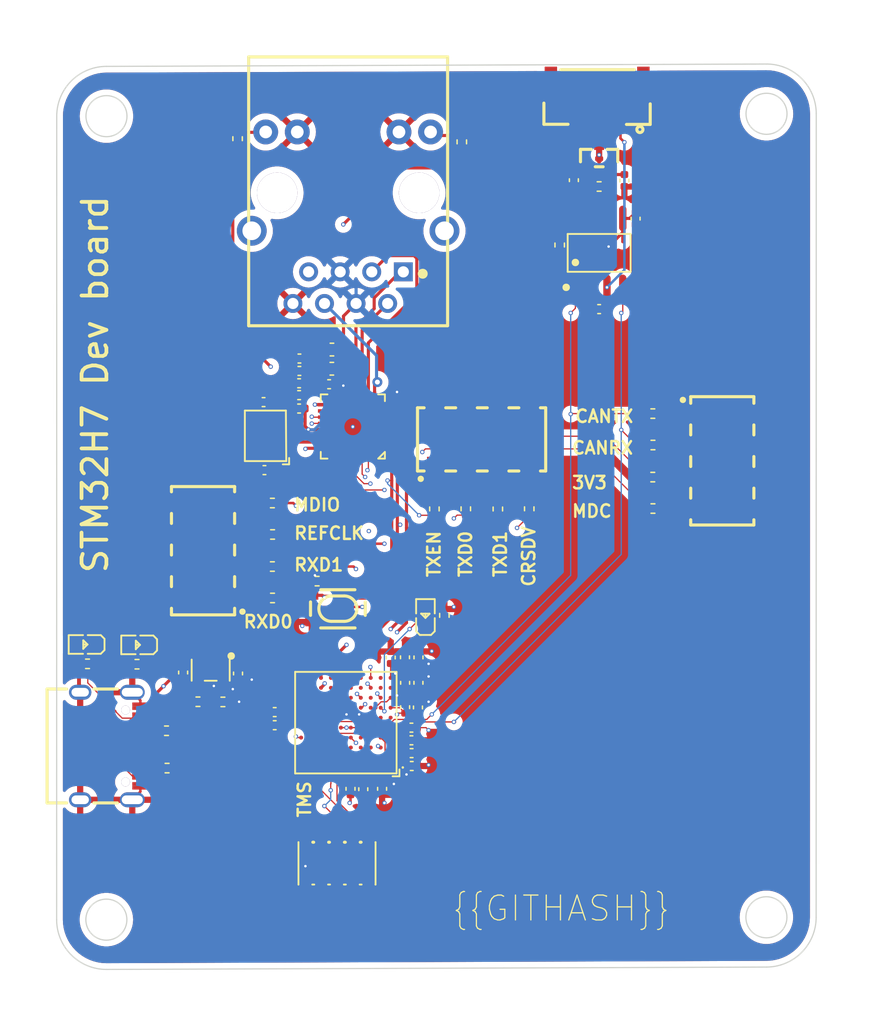
<source format=kicad_pcb>
(kicad_pcb (version 20240108) (generator "pcbnew") (generator_version "8.0")
  (layers (0 "F.Cu" signal) (1 "In1.Cu" signal) (2 "In2.Cu" signal) (3 "In3.Cu" signal) (4 "In4.Cu" signal) (31 "B.Cu" signal) (34 "B.Paste" user) (35 "F.Paste" user) (36 "B.SilkS" user "B.Silkscreen") (37 "F.SilkS" user "F.Silkscreen") (38 "B.Mask" user) (39 "F.Mask" user) (44 "Edge.Cuts" user))
  (net 0 "")
  (net 1 "rxd1")
  (net 2 "ref_clk")
  (net 3 "phy.ic-vcc-1")
  (net 4 "speed_led")
  (net 5 "mdc")
  (net 6 "txen")
  (net 7 "mdio")
  (net 8 "txd1")
  (net 9 "rdp")
  (net 10 "txd0")
  (net 11 "phy.ic-vcc")
  (net 12 "link_led")
  (net 13 "reset_n")
  (net 14 "rxd0")
  (net 15 "micro.ic-vcc")
  (net 16 "rx_er")
  (net 17 "micro.ic-gnd")
  (net 18 "rdm")
  (net 19 "tdm")
  (net 20 "tdp")
  (net 21 "crs_dv")
  (net 22 "usbc-vcc")
  (net 23 "sub2")
  (net 24 "dp")
  (net 25 "dm")
  (net 26 "cc1")
  (net 27 "sub1")
  (net 28 "cc2")
  (net 29 "pa5")
  (net 30 "pc12")
  (net 31 "pdr_on")
  (net 32 "pe5")
  (net 33 "pd13")
  (net 34 "pe4")
  (net 35 "ph1_minus_osc_out")
  (net 36 "pc11")
  (net 37 "pe0")
  (net 38 "pc1")
  (net 39 "pb15")
  (net 40 "boot0")
  (net 41 "pe1")
  (net 42 "pe8")
  (net 43 "tx")
  (net 44 "pd11")
  (net 45 "pe9")
  (net 46 "pd7")
  (net 47 "rx")
  (net 48 "pd4")
  (net 49 "pe13")
  (net 50 "micro.ic-vcc-1")
  (net 51 "pa8")
  (net 52 "pd5")
  (net 53 "pc13")
  (net 54 "pe7")
  (net 55 "pb0")
  (net 56 "canh")
  (net 57 "pd10")
  (net 58 "pd14")
  (net 59 "pe3")
  (net 60 "pe15")
  (net 61 "pc6")
  (net 62 "pb9")
  (net 63 "pd9")
  (net 64 "pd8")
  (net 65 "pc9")
  (net 66 "pd3")
  (net 67 "pb10")
  (net 68 "ph0_minus_osc_in")
  (net 69 "pd15")
  (net 70 "canl")
  (net 71 "pa9")
  (net 72 "pb2")
  (net 73 "pe10")
  (net 74 "pc8")
  (net 75 "pc0")
  (net 76 "pa3")
  (net 77 "pc7")
  (net 78 "pa2")
  (net 79 "pc14_minus_osc32_in")
  (net 80 "can_interface.transceiver-vcc")
  (net 81 "pb5")
  (net 82 "pc3_c")
  (net 83 "pc10")
  (net 84 "pb1")
  (net 85 "pa4")
  (net 86 "pc2_c")
  (net 87 "pc15_minus_osc32_out")
  (net 88 "micro.ic-vcc-2")
  (net 89 "pb14")
  (net 90 "pe6")
  (net 91 "pb8")
  (net 92 "pd12")
  (net 93 "pe11")
  (net 94 "nrst")
  (net 95 "pe12")
  (net 96 "pd6")
  (net 97 "pb6")
  (net 98 "input")
  (net 99 "pe14")
  (net 100 "pe2")
  (net 101 "pb7")
  (net 102 "pd2")
  (net 103 "out")
  (net 104 "yellow_led_anode")
  (net 105 "green_led_anode")
  (net 106 "rmii_saleae_2.header-_7")
  (net 107 "tdi")
  (net 108 "tdo")
  (net 109 "rmii_saleae_2.header-_5")
  (net 110 "reset")
  (net 111 "tck")
  (net 112 "rmii_saleae_2.header-_3")
  (net 113 "tms")
  (net 114 "rmii_saleae_2.header-_1")
  (net 115 "rmii_saleae_1.header-_7")
  (net 116 "rmii_saleae_1.header-_5")
  (net 117 "rmii_saleae_1.header-_3")
  (net 118 "rmii_saleae_1.header-_1")
  (net 119 "can_saleae.header-_7")
  (net 120 "can_saleae.header-_5")
  (net 121 "can_saleae.header-_3")
  (net 122 "can_saleae.header-_1")
  (net 123 "blinky.resistor-cathode")
  (net 124 "power3v3_led.resistor-cathode")
  (net 125 "power5v_led.resistor-cathode")
  (net 126 "jtag.connector-_7")
  (footprint "lib:R0402" (layer "F.Cu") (at 102.616 85.344)
    (property "Reference" "R9" (hide yes))
    (property "Value" "62.5mW Thick Film Resistors 50V ±100ppm/℃ ±1% 120Ω 0402  Chip Resistor - Surface Mount ROHS" (hide yes))
  )
  (footprint "lib:OSC-SMD_4P-L3.2-W2.5-BL" (layer "F.Cu") (at 75.772 105.378 90)
    (property "Reference" "U7" (hide yes))
    (property "Value" "" (hide yes))
  )
  (footprint "lib:C0402" (layer "F.Cu") (at 87.532722 130.872732)
    (property "Reference" "C3" (hide yes))
    (property "Value" "10V 4.7uF X5R ±20% 0402  Multilayer Ceramic Capacitors MLCC - SMD/SMT ROHS" (hide yes))
  )
  (footprint "lib:C0402" (layer "F.Cu") (at 105.548523 87.925849 -90)
    (property "Reference" "C29" (hide yes))
    (property "Value" "16V 100nF X7R ±10% 0402  Multilayer Ceramic Capacitors MLCC - SMD/SMT ROHS" (hide yes))
  )
  (footprint "lib:LED0603-RD" (layer "F.Cu") (at 61.344 122.142 180)
    (property "Reference" "LED1" (hide yes))
    (property "Value" "" (hide yes))
  )
  (footprint "lib:C0402" (layer "F.Cu") (at 88.045197 127.201783 -90)
    (property "Reference" "C15" (hide yes))
    (property "Value" "25V 1uF X5R ±10% 0402  Multilayer Ceramic Capacitors MLCC - SMD/SMT ROHS" (hide yes))
  )
  (footprint "lib:C0402" (layer "F.Cu") (at 76.522333 127.576882 180)
    (property "Reference" "C1" (hide yes))
    (property "Value" "6.3V 2.2uF X5R ±20% 0402  Multilayer Ceramic Capacitors MLCC - SMD/SMT ROHS" (hide yes))
  )
  (footprint "lib:R0402" (layer "F.Cu") (at 106.934285 103.591138)
    (property "Reference" "R13" (hide yes))
    (property "Value" "62.5mW Thick Film Resistors 50V ±100ppm/℃ ±1% 1kΩ 0402  Chip Resistor - Surface Mount ROHS" (hide yes))
  )
  (footprint "lib:C0402" (layer "F.Cu") (at 102.616 95.195 180)
    (property "Reference" "C30" (hide yes))
    (property "Value" "16V 100nF X7R ±10% 0402  Multilayer Ceramic Capacitors MLCC - SMD/SMT ROHS" (hide yes))
  )
  (footprint "lib:KEY-SMD_4P-L4.2-W3.2-P2.20-LS4.6" (layer "F.Cu") (at 81.603659 119.2634)
    (property "Reference" "U2" (hide yes))
    (property "Value" "" (hide yes))
  )
  (footprint "lib:C0402" (layer "F.Cu") (at 78.511907 99.168634 180)
    (property "Reference" "C22" (hide yes))
    (property "Value" "25V 1uF X5R ±10% 0402  Multilayer Ceramic Capacitors MLCC - SMD/SMT ROHS" (hide yes))
  )
  (footprint "lib:C0402" (layer "F.Cu") (at 88.082656 125.222474 -90)
    (property "Reference" "C10" (hide yes))
    (property "Value" "16V 100nF X7R ±10% 0402  Multilayer Ceramic Capacitors MLCC - SMD/SMT ROHS" (hide yes))
  )
  (footprint "lib:HDR-SMD_10P-P1.27-V-M-R2-C5-LS5.3" (layer "F.Cu") (at 81.534 139.732)
    (property "Reference" "U4" (hide yes))
    (property "Value" "" (hide yes))
  )
  (footprint "lib:R0402" (layer "F.Cu") (at 72.356884 126.757172 180)
    (property "Reference" "R6" (hide yes))
    (property "Value" "62.5mW Thick Film Resistors 50V ±100ppm/℃ ±1% 11.5kΩ 0402  Chip Resistor - Surface Mount ROHS" (hide yes))
  )
  (footprint "lib:C0402" (layer "F.Cu") (at 80.898849 101.231062 180)
    (property "Reference" "C20" (hide yes))
    (property "Value" "50V 10nF X7R ±10% 0402  Multilayer Ceramic Capacitors MLCC - SMD/SMT ROHS" (hide yes))
  )
  (footprint "lib:C0402" (layer "F.Cu") (at 75.698312 108.133287 180)
    (property "Reference" "C25" (hide yes))
    (property "Value" "50V 12pF C0G ±5% 0402  Multilayer Ceramic Capacitors MLCC - SMD/SMT ROHS" (hide yes))
  )
  (footprint "lib:R0402" (layer "F.Cu") (at 106.944949 106.116355)
    (property "Reference" "R14" (hide yes))
    (property "Value" "62.5mW Thick Film Resistors 50V ±100ppm/℃ ±1% 1kΩ 0402  Chip Resistor - Surface Mount ROHS" (hide yes))
  )
  (footprint "lib:R0402" (layer "F.Cu") (at 73.538 81.5 90)
    (property "Reference" "R5" (hide yes))
    (property "Value" "62.5mW Thick Film Resistors 50V ±100ppm/℃ ±1% 1kΩ 0402  Chip Resistor - Surface Mount ROHS" (hide yes))
  )
  (footprint "lib:HDR-SMD_8P-P2.54-V-M-R2-C4-LS7.4" (layer "F.Cu") (at 112.522 107.442 -90)
    (property "Reference" "U11" (hide yes))
    (property "Value" "" (hide yes))
  )
  (footprint "lib:C0402" (layer "F.Cu") (at 73.573925 124.472948 90)
    (property "Reference" "C28" (hide yes))
    (property "Value" "25V 1uF X5R ±10% 0402  Multilayer Ceramic Capacitors MLCC - SMD/SMT ROHS" (hide yes))
  )
  (footprint "lib:C0402" (layer "F.Cu") (at 87.520492 128.82686)
    (property "Reference" "C12" (hide yes))
    (property "Value" "16V 100nF X7R ±10% 0402  Multilayer Ceramic Capacitors MLCC - SMD/SMT ROHS" (hide yes))
  )
  (footprint "lib:HDR-SMD_8P-P2.54-V-M-R2-C4-LS7.4" (layer "F.Cu") (at 70.759047 114.554 90)
    (property "Reference" "U13" (hide yes))
    (property "Value" "" (hide yes))
  )
  (footprint "lib:R0402" (layer "F.Cu") (at 70.350106 126.74455 180)
    (property "Reference" "R7" (hide yes))
    (property "Value" "62.5mW Thick Film Resistors 50V ±100ppm/℃ ±1% 6.2kΩ 0402  Chip Resistor - Surface Mount ROHS" (hide yes))
  )
  (footprint "lib:C0402" (layer "F.Cu") (at 83.645965 133.771171 90)
    (property "Reference" "C16" (hide yes))
    (property "Value" "16V 100nF X7R ±10% 0402  Multilayer Ceramic Capacitors MLCC - SMD/SMT ROHS" (hide yes))
  )
  (footprint "lib:C0402" (layer "F.Cu") (at 78.486 102.108 180)
    (property "Reference" "C23" (hide yes))
    (property "Value" "16V 100nF X7R ±10% 0402  Multilayer Ceramic Capacitors MLCC - SMD/SMT ROHS" (hide yes))
  )
  (footprint "lib:VQFN-32_L5.0-W5.0-P0.50-TL-EP2.9" (layer "F.Cu") (at 82.806 104.628 180)
    (property "Reference" "U5" (hide yes))
    (property "Value" "" (hide yes))
  )
  (footprint "lib:R0402" (layer "F.Cu") (at 96.994855 111.241051 90)
    (property "Reference" "R20" (hide yes))
    (property "Value" "62.5mW Thick Film Resistors 50V ±100ppm/℃ ±1% 1kΩ 0402  Chip Resistor - Surface Mount ROHS" (hide yes))
  )
  (footprint "lib:C0402" (layer "F.Cu") (at 87.520492 129.84286)
    (property "Reference" "C11" (hide yes))
    (property "Value" "16V 100nF X7R ±10% 0402  Multilayer Ceramic Capacitors MLCC - SMD/SMT ROHS" (hide yes))
  )
  (footprint "lib:SOIC-8_L4.9-W3.9-P1.27-LS6.0-BL" (layer "F.Cu") (at 102.616 90.678)
    (property "Reference" "U9" (hide yes))
    (property "Value" "" (hide yes))
  )
  (footprint "lib:HDR-SMD_8P-P2.54-V-M-R2-C4-LS7.4" (layer "F.Cu") (at 93.218 105.664)
    (property "Reference" "U12" (hide yes))
    (property "Value" "" (hide yes))
  )
  (footprint "lib:C0402" (layer "F.Cu") (at 75.626 102.668)
    (property "Reference" "C26" (hide yes))
    (property "Value" "50V 12pF C0G ±5% 0402  Multilayer Ceramic Capacitors MLCC - SMD/SMT ROHS" (hide yes))
  )
  (footprint "lib:C0402" (layer "F.Cu") (at 88.087257 123.181822 90)
    (property "Reference" "C8" (hide yes))
    (property "Value" "16V 100nF X7R ±10% 0402  Multilayer Ceramic Capacitors MLCC - SMD/SMT ROHS" (hide yes))
  )
  (footprint "lib:C0402" (layer "F.Cu") (at 87.001582 123.172361 90)
    (property "Reference" "C7" (hide yes))
    (property "Value" "16V 100nF X7R ±10% 0402  Multilayer Ceramic Capacitors MLCC - SMD/SMT ROHS" (hide yes))
  )
  (footprint "lib:R0402" (layer "F.Cu") (at 76.346762 118.404862 180)
    (property "Reference" "R21" (hide yes))
    (property "Value" "62.5mW Thick Film Resistors 50V ±100ppm/℃ ±1% 1kΩ 0402  Chip Resistor - Surface Mount ROHS" (hide yes))
  )
  (footprint "lib:R0402" (layer "F.Cu") (at 106.929579 108.693638)
    (property "Reference" "R15" (hide yes))
    (property "Value" "62.5mW Thick Film Resistors 50V ±100ppm/℃ ±1% 1kΩ 0402  Chip Resistor - Surface Mount ROHS" (hide yes))
  )
  (footprint "lib:R0402" (layer "F.Cu") (at 76.336098 110.777145 180)
    (property "Reference" "R24" (hide yes))
    (property "Value" "62.5mW Thick Film Resistors 50V ±100ppm/℃ ±1% 1kΩ 0402  Chip Resistor - Surface Mount ROHS" (hide yes))
  )
  (footprint "lib:R0402" (layer "F.Cu") (at 91.892355 111.241051 90)
    (property "Reference" "R18" (hide yes))
    (property "Value" "62.5mW Thick Film Resistors 50V ±100ppm/℃ ±1% 1kΩ 0402  Chip Resistor - Surface Mount ROHS" (hide yes))
  )
  (footprint "lib:R0402" (layer "F.Cu") (at 99.444027 90.044511 -90)
    (property "Reference" "R8" (hide yes))
    (property "Value" "62.5mW Thick Film Resistors 50V ±100ppm/℃ ±1% 10kΩ 0402  Chip Resistor - Surface Mount ROHS" (hide yes))
  )
  (footprint "lib:R0402" (layer "F.Cu") (at 61.468 123.698 180)
    (property "Reference" "R10" (hide yes))
    (property "Value" "62.5mW Thick Film Resistors 50V ±100ppm/℃ ±1% 464Ω 0402  Chip Resistor - Surface Mount ROHS" (hide yes))
  )
  (footprint "lib:RJ45-TH_HR913550A" (layer "F.Cu") (at 82.428 87.852)
    (property "Reference" "U6" (hide yes))
    (property "Value" "" (hide yes))
  )
  (footprint "lib:CONN-SMD_4P-P1.25_SM04B-GHS-TB-LF-SN" (layer "F.Cu") (at 102.454 78.664 180)
    (property "Reference" "J1" (hide yes))
    (property "Value" "" (hide yes))
  )
  (footprint "lib:LED0603-RD" (layer "F.Cu") (at 65.57 122.174 180)
    (property "Reference" "LED2" (hide yes))
    (property "Value" "" (hide yes))
  )
  (footprint "lib:SOT-23-5_L3.0-W1.7-P0.95-LS2.8-BL" (layer "F.Cu") (at 71.374 124.206 180)
    (property "Reference" "U8" (hide yes))
    (property "Value" "" (hide yes))
  )
  (footprint "lib:R0402" (layer "F.Cu") (at 79.933659 117.0524)
    (property "Reference" "R1" (hide yes))
    (property "Value" "62.5mW Thick Film Resistors 50V ±100ppm/℃ ±1% 10kΩ 0402  Chip Resistor - Surface Mount ROHS" (hide yes))
  )
  (footprint "lib:R0402" (layer "F.Cu") (at 94.469638 111.256421 90)
    (property "Reference" "R19" (hide yes))
    (property "Value" "62.5mW Thick Film Resistors 50V ±100ppm/℃ ±1% 1kΩ 0402  Chip Resistor - Surface Mount ROHS" (hide yes))
  )
  (footprint "lib:R0402" (layer "F.Cu") (at 67.86707 132.075595)
    (property "Reference" "R3" (hide yes))
    (property "Value" "62.5mW Thick Film Resistors 50V ±100ppm/℃ ±1% 4.7kΩ 0402  Chip Resistor - Surface Mount ROHS" (hide yes))
  )
  (footprint "lib:R0402" (layer "F.Cu") (at 65.448 123.73 180)
    (property "Reference" "R11" (hide yes))
    (property "Value" "62.5mW Thick Film Resistors 50V ±100ppm/℃ ±1% 324Ω 0402  Chip Resistor - Surface Mount ROHS" (hide yes))
  )
  (footprint "lib:C0402" (layer "F.Cu") (at 82.619659 133.7414 -90)
    (property "Reference" "C9" (hide yes))
    (property "Value" "16V 100nF X7R ±10% 0402  Multilayer Ceramic Capacitors MLCC - SMD/SMT ROHS" (hide yes))
  )
  (footprint "lib:C0402" (layer "F.Cu") (at 87.012067 125.224628 -90)
    (property "Reference" "C6" (hide yes))
    (property "Value" "16V 100nF X7R ±10% 0402  Multilayer Ceramic Capacitors MLCC - SMD/SMT ROHS" (hide yes))
  )
  (footprint "lib:C0402" (layer "F.Cu") (at 85.159659 133.7414 -90)
    (property "Reference" "C13" (hide yes))
    (property "Value" "25V 1uF X5R ±10% 0402  Multilayer Ceramic Capacitors MLCC - SMD/SMT ROHS" (hide yes))
  )
  (footprint "lib:R0402" (layer "F.Cu") (at 67.819997 129.074949)
    (property "Reference" "R2" (hide yes))
    (property "Value" "62.5mW Thick Film Resistors 50V ±100ppm/℃ ±1% 4.7kΩ 0402  Chip Resistor - Surface Mount ROHS" (hide yes))
  )
  (footprint "lib:LED0603-RD" (layer "F.Cu") (at 88.646 119.888 90)
    (property "Reference" "LED3" (hide yes))
    (property "Value" "" (hide yes))
  )
  (footprint "lib:R0402" (layer "F.Cu") (at 90.17 119.804 90)
    (property "Reference" "R12" (hide yes))
    (property "Value" "62.5mW Thick Film Resistors 50V ±100ppm/℃ ±1% 1.2kΩ 0402  Chip Resistor - Surface Mount ROHS" (hide yes))
  )
  (footprint "lib:C0402" (layer "F.Cu") (at 87.012116 127.179376 -90)
    (property "Reference" "C14" (hide yes))
    (property "Value" "16V 100nF X7R ±10% 0402  Multilayer Ceramic Capacitors MLCC - SMD/SMT ROHS" (hide yes))
  )
  (footprint "lib:R0402" (layer "F.Cu") (at 76.336098 115.879645 180)
    (property "Reference" "R22" (hide yes))
    (property "Value" "62.5mW Thick Film Resistors 50V ±100ppm/℃ ±1% 1kΩ 0402  Chip Resistor - Surface Mount ROHS" (hide yes))
  )
  (footprint "lib:C0402" (layer "F.Cu") (at 87.544286 131.909987)
    (property "Reference" "C5" (hide yes))
    (property "Value" "16V 100nF X7R ±10% 0402  Multilayer Ceramic Capacitors MLCC - SMD/SMT ROHS" (hide yes))
  )
  (footprint "lib:C0402" (layer "F.Cu") (at 78.486 103.186 180)
    (property "Reference" "C24" (hide yes))
    (property "Value" "50V 10nF X7R ±10% 0402  Multilayer Ceramic Capacitors MLCC - SMD/SMT ROHS" (hide yes))
  )
  (footprint "lib:C0402" (layer "F.Cu") (at 100.584 84.836 -90)
    (property "Reference" "C31" (hide yes))
    (property "Value" "25V 47nF X7R ±10% 0402  Multilayer Ceramic Capacitors MLCC - SMD/SMT ROHS" (hide yes))
  )
  (footprint "lib:C0603" (layer "F.Cu") (at 81.117987 99.986746 180)
    (property "Reference" "C17" (hide yes))
    (property "Value" "10V 10uF X5R ±10% 0603  Multilayer Ceramic Capacitors MLCC - SMD/SMT ROHS" (hide yes))
  )
  (footprint "lib:SOT-23_L2.9-W1.3-P1.90-LS2.4-BR" (layer "F.Cu") (at 102.616 83.058 -90)
    (property "Reference" "U10" (hide yes))
    (property "Value" "" (hide yes))
  )
  (footprint "lib:C0402" (layer "F.Cu") (at 69.157823 124.395698 -90)
    (property "Reference" "C27" (hide yes))
    (property "Value" "25V 1uF X5R ±10% 0402  Multilayer Ceramic Capacitors MLCC - SMD/SMT ROHS" (hide yes))
  )
  (footprint "lib:C0402" (layer "F.Cu") (at 78.486 101.154 180)
    (property "Reference" "C18" (hide yes))
    (property "Value" "25V 1uF X5R ±10% 0402  Multilayer Ceramic Capacitors MLCC - SMD/SMT ROHS" (hide yes))
  )
  (footprint "lib:C0402" (layer "F.Cu") (at 78.508818 100.164339 180)
    (property "Reference" "C19" (hide yes))
    (property "Value" "16V 100nF X7R ±10% 0402  Multilayer Ceramic Capacitors MLCC - SMD/SMT ROHS" (hide yes))
  )
  (footprint "lib:C0402" (layer "F.Cu") (at 76.523659 128.630333 180)
    (property "Reference" "C2" (hide yes))
    (property "Value" "6.3V 2.2uF X5R ±20% 0402  Multilayer Ceramic Capacitors MLCC - SMD/SMT ROHS" (hide yes))
  )
  (footprint "lib:C0402" (layer "F.Cu") (at 85.852 123.19 90)
    (property "Reference" "C4" (hide yes))
    (property "Value" "16V 100nF X7R ±10% 0402  Multilayer Ceramic Capacitors MLCC - SMD/SMT ROHS" (hide yes))
  )
  (footprint "lib:USB-C-SMD_KH-TYPE-C-16P" (layer "F.Cu") (at 63.2975 130.302 -90)
    (property "Reference" "U3" (hide yes))
    (property "Value" "" (hide yes))
  )
  (footprint "lib:TFBGA-100_L8.0-W8.0-R10-C10-P0.80-BL" (layer "F.Cu") (at 82.245659 128.4254 90)
    (property "Reference" "U1" (hide yes))
    (property "Value" "" (hide yes))
  )
  (footprint "lib:R0402" (layer "F.Cu") (at 89.367138 111.251715 90)
    (property "Reference" "R17" (hide yes))
    (property "Value" "62.5mW Thick Film Resistors 50V ±100ppm/℃ ±1% 1kΩ 0402  Chip Resistor - Surface Mount ROHS" (hide yes))
  )
  (footprint "lib:C0402" (layer "F.Cu") (at 104.648 84.864 -90)
    (property "Reference" "C32" (hide yes))
    (property "Value" "25V 47nF X7R ±10% 0402  Multilayer Ceramic Capacitors MLCC - SMD/SMT ROHS" (hide yes))
  )
  (footprint "lib:R0402" (layer "F.Cu") (at 106.944949 111.218855)
    (property "Reference" "R16" (hide yes))
    (property "Value" "62.5mW Thick Film Resistors 50V ±100ppm/℃ ±1% 1kΩ 0402  Chip Resistor - Surface Mount ROHS" (hide yes))
  )
  (footprint "lib:R0402" (layer "F.Cu") (at 91.572 81.756 90)
    (property "Reference" "R4" (hide yes))
    (property "Value" "62.5mW Thick Film Resistors 50V ±100ppm/℃ ±1% 1kΩ 0402  Chip Resistor - Surface Mount ROHS" (hide yes))
  )
  (footprint "lib:C0603" (layer "F.Cu") (at 81.126103 98.446314 180)
    (property "Reference" "C21" (hide yes))
    (property "Value" "10V 10uF X5R ±10% 0603  Multilayer Ceramic Capacitors MLCC - SMD/SMT ROHS" (hide yes))
  )
  (footprint "lib:R0402" (layer "F.Cu") (at 76.351468 113.302362 180)
    (property "Reference" "R23" (hide yes))
    (property "Value" "62.5mW Thick Film Resistors 50V ±100ppm/℃ ±1% 1kΩ 0402  Chip Resistor - Surface Mount ROHS" (hide yes))
  )
  (gr_arc (start 116.078 75.502) (mid 118.906427 76.673573) (end 120.078 79.502) (stroke (width 0.1)) (layer "Edge.Cuts"))
  (gr_circle (center 62.983959 144.252891) (end 64.633959 144.252891) (stroke (width 0.1)) (fill none) (layer "Edge.Cuts"))
  (gr_line (start 116.078 75.502) (end 62.992 75.692) (stroke (width 0.1)) (layer "Edge.Cuts"))
  (gr_circle (center 116.069959 144.062891) (end 117.719959 144.062891) (stroke (width 0.1)) (fill none) (layer "Edge.Cuts"))
  (gr_line (start 62.983959 148.252891) (end 116.069959 148.062891) (stroke (width 0.1)) (layer "Edge.Cuts"))
  (gr_line (start 58.992 79.692) (end 58.983959 144.252891) (stroke (width 0.1)) (layer "Edge.Cuts"))
  (gr_arc (start 120.069959 144.062891) (mid 118.898357 146.891289) (end 116.069959 148.062891) (stroke (width 0.1)) (layer "Edge.Cuts"))
  (gr_arc (start 58.992 79.692) (mid 60.163555 76.863555) (end 62.992 75.692) (stroke (width 0.1)) (layer "Edge.Cuts"))
  (gr_line (start 120.069959 144.062891) (end 120.078 79.502) (stroke (width 0.1)) (layer "Edge.Cuts"))
  (gr_arc (start 62.983959 148.252891) (mid 60.155532 147.081318) (end 58.983959 144.252891) (stroke (width 0.1)) (layer "Edge.Cuts"))
  (gr_circle (center 62.992 79.692) (end 64.642 79.692) (stroke (width 0.1)) (fill none) (layer "Edge.Cuts"))
  (gr_circle (center 116.078 79.502) (end 117.728 79.502) (stroke (width 0.1)) (fill none) (layer "Edge.Cuts"))
  (gr_text "CANTX" (at 100.584 104.394 0) (layer "F.SilkS") (effects (font (size 1 1) (thickness 0.2) (bold yes)) (justify left bottom)))
  (gr_text "STM32H7 Dev board" (at 63.246 116.586 90) (layer "F.SilkS") (effects (font (size 2 2) (thickness 0.3)) (justify left bottom)))
  (gr_text "3V3" (at 100.33 109.728 0) (layer "F.SilkS") (effects (font (size 1 1) (thickness 0.2) (bold yes)) (justify left bottom)))
  (gr_text "TXD1" (at 95.25 116.84 90) (layer "F.SilkS") (effects (font (size 1 1) (thickness 0.2) (bold yes)) (justify left bottom)))
  (gr_text "RXD1" (at 77.978 116.332 0) (layer "F.SilkS") (effects (font (size 1 1) (thickness 0.2) (bold yes)) (justify left bottom)))
  (gr_text "CRSDV" (at 97.536 117.602 90) (layer "F.SilkS") (effects (font (size 1 1) (thickness 0.2) (bold yes)) (justify left bottom)))
  (gr_text "TXD0" (at 92.456 116.84 90) (layer "F.SilkS") (effects (font (size 1 1) (thickness 0.2) (bold yes)) (justify left bottom)))
  (gr_text "TMS" (at 79.502 136.144 90) (layer "F.SilkS") (effects (font (size 1 1) (thickness 0.2) (bold yes)) (justify left bottom)))
  (gr_text "MDC" (at 100.33 112.014 0) (layer "F.SilkS") (effects (font (size 1 1) (thickness 0.2) (bold yes)) (justify left bottom)))
  (gr_text "CANRX" (at 100.33 106.934 0) (layer "F.SilkS") (effects (font (size 1 1) (thickness 0.2) (bold yes)) (justify left bottom)))
  (gr_text "TXEN" (at 89.916 116.84 90) (layer "F.SilkS") (effects (font (size 1 1) (thickness 0.2) (bold yes)) (justify left bottom)))
  (gr_text "RXD0" (at 73.914 120.904 0) (layer "F.SilkS") (effects (font (size 1 1) (thickness 0.2) (bold yes)) (justify left bottom)))
  (gr_text "REFCLK" (at 77.978 113.792 0) (layer "F.SilkS") (effects (font (size 1 1) (thickness 0.2) (bold yes)) (justify left bottom)))
  (gr_text "{{GITHASH}}" (at 90.678 144.526 0) (layer "F.SilkS") (effects (font (size 2 2) (thickness 0.1)) (justify left bottom)))
  (gr_text "MDIO" (at 77.978 111.506 0) (layer "F.SilkS") (effects (font (size 1 1) (thickness 0.2) (bold yes)) (justify left bottom)))
  (segment (start 83.981 108.138931) (end 84.056 108.063931) (width 0.1) (layer "F.Cu") (net 1))
  (segment (start 76.846098 115.879645) (end 82.859645 115.879645) (width 0.2) (layer "F.Cu") (net 1))
  (segment (start 83.445659 126.418366) (end 83.141076 126.113783) (width 0.1) (layer "F.Cu") (net 1))
  (segment (start 84.056 108.063931) (end 84.056 107.038) (width 0.1) (layer "F.Cu") (net 1))
  (segment (start 82.859645 115.879645) (end 83.058 116.078) (width 0.2) (layer "F.Cu") (net 1))
  (segment (start 83.445659 126.4254) (end 83.445659 126.418366) (width 0.1) (layer "F.Cu") (net 1))
  (via (at 83.981 108.138931) (size 0.35) (drill 0.2) (layers "F.Cu" "B.Cu") (net 1))
  (via (at 83.141076 126.113783) (size 0.35) (drill 0.2) (layers "F.Cu" "B.Cu") (net 1))
  (via (at 83.058 116.078) (size 0.35) (drill 0.2) (layers "F.Cu" "B.Cu") (net 1))
  (segment (start 83.211 109.728) (end 81.056 107.573) (width 0.1) (layer "F.Cu") (net 2))
  (segment (start 76.861468 113.302362) (end 77.605106 114.046) (width 0.2) (layer "F.Cu") (net 2))
  (segment (start 85.344 109.728) (end 83.211 109.728) (width 0.1) (layer "F.Cu") (net 2))
  (segment (start 81.056 107.573) (end 81.056 107.038) (width 0.1) (layer "F.Cu") (net 2))
  (segment (start 84.77563 126.155371) (end 85.045659 126.4254) (width 0.1) (layer "F.Cu") (net 2))
  (segment (start 84.77563 126.087257) (end 84.77563 126.155371) (width 0.1) (layer "F.Cu") (net 2))
  (segment (start 77.605106 114.046) (end 85.344 114.046) (width 0.2) (layer "F.Cu") (net 2))
  (via (at 85.344 114.046) (size 0.35) (drill 0.2) (layers "F.Cu" "B.Cu") (net 2))
  (via (at 84.77563 126.087257) (size 0.35) (drill 0.2) (layers "F.Cu" "B.Cu") (net 2))
  (via (at 85.344 109.728) (size 0.35) (drill 0.2) (layers "F.Cu" "B.Cu") (net 2))
  (segment (start 74.892 104.278) (end 75.984043 105.370043) (width 0.25) (layer "F.Cu") (net 3))
  (segment (start 80.388043 105.370043) (end 80.396 105.378) (width 0.25) (layer "F.Cu") (net 3))
  (segment (start 75.146 102.668) (end 75.146 104.024) (width 0.25) (layer "F.Cu") (net 3))
  (segment (start 75.984043 105.370043) (end 80.388043 105.370043) (width 0.25) (layer "F.Cu") (net 3))
  (segment (start 75.146 104.024) (end 74.892 104.278) (width 0.25) (layer "F.Cu") (net 3))
  (segment (start 80.396 106.378) (end 79.042 106.378) (width 0.25) (layer "F.Cu") (net 4))
  (segment (start 73.538 82.01) (end 73.153 82.395) (width 0.25) (layer "F.Cu") (net 4))
  (segment (start 73.153 96.775) (end 76.2 99.822) (width 0.25) (layer "F.Cu") (net 4))
  (segment (start 73.153 82.395) (end 73.153 96.775) (width 0.25) (layer "F.Cu") (net 4))
  (segment (start 79.042 106.378) (end 78.994 106.426) (width 0.25) (layer "F.Cu") (net 4))
  (via (at 76.2 99.822) (size 0.35) (drill 0.2) (layers "F.Cu" "B.Cu") (net 4))
  (via (at 78.994 106.426) (size 0.35) (drill 0.2) (layers "F.Cu" "B.Cu") (net 4))
  (segment (start 84.245659 125.550921) (end 83.990224 125.295486) (width 0.1) (layer "F.Cu") (net 5))
  (segment (start 80.396 104.378) (end 79.518 104.378) (width 0.1) (layer "F.Cu") (net 5))
  (segment (start 79.518 104.378) (end 79.502 104.394) (width 0.1) (layer "F.Cu") (net 5))
  (segment (start 88.646 106.426) (end 88.392 106.68) (width 0.1) (layer "F.Cu") (net 5))
  (segment (start 101.642094 106.426) (end 88.646 106.426) (width 0.1) (layer "F.Cu") (net 5))
  (segment (start 84.245659 125.6254) (end 84.245659 125.550921) (width 0.1) (layer "F.Cu") (net 5))
  (segment (start 106.434949 111.218855) (end 101.642094 106.426) (width 0.1) (layer "F.Cu") (net 5))
  (via (at 88.392 106.68) (size 0.35) (drill 0.2) (layers "F.Cu" "B.Cu") (net 5))
  (via (at 79.502 104.394) (size 0.35) (drill 0.2) (layers "F.Cu" "B.Cu") (net 5))
  (via (at 83.990224 125.295486) (size 0.35) (drill 0.2) (layers "F.Cu" "B.Cu") (net 5))
  (segment (start 85.598 108.966) (end 85.936 108.966) (width 0.1) (layer "F.Cu") (net 6))
  (segment (start 85.936 105.413) (end 85.936 108.966) (width 0.25) (layer "F.Cu") (net 6))
  (segment (start 89.367138 111.761715) (end 88.139715 111.761715) (width 0.1) (layer "F.Cu") (net 6))
  (segment (start 85.901 105.378) (end 85.936 105.413) (width 0.25) (layer "F.Cu") (net 6))
  (segment (start 85.936 119.935059) (end 81.045659 124.8254) (width 0.25) (layer "F.Cu") (net 6))
  (segment (start 88.139715 111.761715) (end 88.138 111.76) (width 0.1) (layer "F.Cu") (net 6))
  (segment (start 85.216 105.378) (end 85.901 105.378) (width 0.25) (layer "F.Cu") (net 6))
  (segment (start 85.936 108.966) (end 85.936 119.935059) (width 0.25) (layer "F.Cu") (net 6))
  (via (at 85.598 108.966) (size 0.35) (drill 0.2) (layers "F.Cu" "B.Cu") (net 6))
  (via (at 88.138 111.76) (size 0.35) (drill 0.2) (layers "F.Cu" "B.Cu") (net 6))
  (segment (start 85.598 109.22) (end 85.598 108.966) (width 0.1) (layer "B.Cu") (net 6))
  (segment (start 88.138 111.76) (end 85.598 109.22) (width 0.1) (layer "B.Cu") (net 6))
  (segment (start 78.3174 129.6254) (end 78.232 129.54) (width 0.1) (layer "F.Cu") (net 7))
  (segment (start 79.536003 103.878) (end 79.502 103.843997) (width 0.1) (layer "F.Cu") (net 7))
  (segment (start 80.396 103.878) (end 79.536003 103.878) (width 0.1) (layer "F.Cu") (net 7))
  (segment (start 76.846098 110.777145) (end 78.011145 110.777145) (width 0.2) (layer "F.Cu") (net 7))
  (segment (start 78.645659 129.6254) (end 78.3174 129.6254) (width 0.1) (layer "F.Cu") (net 7))
  (segment (start 78.011145 110.777145) (end 78.232 110.998) (width 0.2) (layer "F.Cu") (net 7))
  (via (at 78.232 129.54) (size 0.35) (drill 0.2) (layers "F.Cu" "B.Cu") (net 7))
  (via (at 79.502 103.843997) (size 0.35) (drill 0.2) (layers "F.Cu" "B.Cu") (net 7))
  (via (at 78.232 110.998) (size 0.35) (drill 0.2) (layers "F.Cu" "B.Cu") (net 7))
  (segment (start 94.469638 111.766421) (end 93.460059 112.776) (width 0.1) (layer "F.Cu") (net 8))
  (segment (start 93.460059 112.776) (end 87.122 112.776) (width 0.1) (layer "F.Cu") (net 8))
  (segment (start 85.216 104.378) (end 86.173792 104.378) (width 0.25) (layer "F.Cu") (net 8))
  (segment (start 80.540193 125.330866) (end 80.245659 125.6254) (width 0.25) (layer "F.Cu") (net 8))
  (segment (start 80.540193 125.27203) (end 80.540193 125.330866) (width 0.25) (layer "F.Cu") (net 8))
  (segment (start 87.122 105.326208) (end 87.122 112.776) (width 0.25) (layer "F.Cu") (net 8))
  (segment (start 87.122 112.776) (end 87.122 120.396) (width 0.25) (layer "F.Cu") (net 8))
  (segment (start 87.122 120.396) (end 86.36 121.158) (width 0.25) (layer "F.Cu") (net 8))
  (segment (start 86.173792 104.378) (end 87.122 105.326208) (width 0.25) (layer "F.Cu") (net 8))
  (via (at 80.540193 125.27203) (size 0.35) (drill 0.2) (layers "F.Cu" "B.Cu") (net 8))
  (via (at 86.36 121.158) (size 0.35) (drill 0.2) (layers "F.Cu" "B.Cu") (net 8))
  (segment (start 84.056 97.908) (end 87.953 94.011) (width 0.25) (layer "F.Cu") (net 9))
  (segment (start 85.63 90.9) (end 84.328 92.202) (width 0.25) (layer "F.Cu") (net 9))
  (segment (start 87.953 94.011) (end 87.953 91.117) (width 0.25) (layer "F.Cu") (net 9))
  (segment (start 87.953 91.117) (end 87.736 90.9) (width 0.25) (layer "F.Cu") (net 9))
  (segment (start 84.056 102.218) (end 84.056 97.908) (width 0.25) (layer "F.Cu") (net 9))
  (segment (start 87.736 90.9) (end 85.63 90.9) (width 0.25) (layer "F.Cu") (net 9))
  (segment (start 86.386 105.226604) (end 86.386 112.522) (width 0.25) (layer "F.Cu") (net 10))
  (segment (start 91.194949 111.751051) (end 90.932 112.014) (width 0.1) (layer "F.Cu") (net 10))
  (segment (start 86.386 112.522) (end 86.386 120.37) (width 0.25) (layer "F.Cu") (net 10))
  (segment (start 80.245659 124.224341) (end 82.296 122.174) (width 0.25) (layer "F.Cu") (net 10))
  (segment (start 80.245659 124.8254) (end 80.245659 124.224341) (width 0.25) (layer "F.Cu") (net 10))
  (segment (start 91.892355 111.751051) (end 91.194949 111.751051) (width 0.1) (layer "F.Cu") (net 10))
  (segment (start 85.216 104.878) (end 86.037396 104.878) (width 0.25) (layer "F.Cu") (net 10))
  (segment (start 86.037396 104.878) (end 86.386 105.226604) (width 0.25) (layer "F.Cu") (net 10))
  (segment (start 86.386 120.37) (end 85.852 120.904) (width 0.25) (layer "F.Cu") (net 10))
  (via (at 86.614 112.522) (size 0.35) (drill 0.2) (layers "F.Cu" "B.Cu") (net 10))
  (via (at 82.296 122.174) (size 0.35) (drill 0.2) (layers "F.Cu" "B.Cu") (net 10))
  (via (at 90.932 112.014) (size 0.35) (drill 0.2) (layers "F.Cu" "B.Cu") (net 10))
  (via (at 85.852 120.904) (size 0.35) (drill 0.2) (layers "F.Cu" "B.Cu") (net 10))
  (segment (start 77.252 105.878) (end 76.652 106.478) (width 0.25) (layer "F.Cu") (net 11))
  (segment (start 76.178312 106.951688) (end 76.652 106.478) (width 0.25) (layer "F.Cu") (net 11))
  (segment (start 76.178312 108.133287) (end 76.178312 106.951688) (width 0.25) (layer "F.Cu") (net 11))
  (segment (start 80.396 105.878) (end 77.252 105.878) (width 0.25) (layer "F.Cu") (net 11))
  (segment (start 86.582 83.852) (end 82.042 88.392) (width 0.25) (layer "F.Cu") (net 12))
  (segment (start 91.572 82.266) (end 89.986 83.852) (width 0.25) (layer "F.Cu") (net 12))
  (segment (start 80.388 102.87) (end 80.396 102.878) (width 0.25) (layer "F.Cu") (net 12))
  (segment (start 89.986 83.852) (end 86.582 83.852) (width 0.25) (layer "F.Cu") (net 12))
  (segment (start 79.756 102.87) (end 80.388 102.87) (width 0.25) (layer "F.Cu") (net 12))
  (via (at 79.756 102.87) (size 0.35) (drill 0.2) (layers "F.Cu" "B.Cu") (net 12))
  (via (at 82.042 88.392) (size 0.35) (drill 0.2) (layers "F.Cu" "B.Cu") (net 12))
  (segment (start 83.793556 108.685556) (end 83.556 108.448) (width 0.1) (layer "F.Cu") (net 14))
  (segment (start 83.620677 127.160157) (end 83.620677 127.112218) (width 0.1) (layer "F.Cu") (net 14))
  (segment (start 83.445659 127.2254) (end 83.555434 127.2254) (width 0.1) (layer "F.Cu") (net 14))
  (segment (start 83.620677 127.112218) (end 83.793556 126.939339) (width 0.1) (layer "F.Cu") (net 14))
  (segment (start 83.556 108.448) (end 83.556 107.038) (width 0.1) (layer "F.Cu") (net 14))
  (segment (start 77.5779 119.126) (end 83.566 119.126) (width 0.2) (layer "F.Cu") (net 14))
  (segment (start 83.555434 127.2254) (end 83.620677 127.160157) (width 0.1) (layer "F.Cu") (net 14))
  (segment (start 76.856762 118.404862) (end 77.5779 119.126) (width 0.2) (layer "F.Cu") (net 14))
  (via (at 83.566 119.126) (size 0.35) (drill 0.2) (layers "F.Cu" "B.Cu") (net 14))
  (via (at 83.793556 108.685556) (size 0.35) (drill 0.2) (layers "F.Cu" "B.Cu") (net 14))
  (via (at 83.793556 126.939339) (size 0.35) (drill 0.2) (layers "F.Cu" "B.Cu") (net 14))
  (segment (start 106.419579 108.693638) (end 103.135941 105.41) (width 0.1) (layer "F.Cu") (net 15))
  (segment (start 72.349412 126.2397) (end 72.336792 126.2397) (width 0.25) (layer "F.Cu") (net 15))
  (segment (start 88.045197 126.721783) (end 87.034523 126.721783) (width 0.1) (layer "F.Cu") (net 15))
  (segment (start 84.273992 127.715667) (end 84.735659 127.254) (width 0.1) (layer "F.Cu") (net 15))
  (segment (start 85.398327 129.978068) (end 85.398327 130.872732) (width 0.1) (layer "F.Cu") (net 15))
  (segment (start 78.988818 100.164339) (end 78.988818 99.171723) (width 0.25) (layer "F.Cu") (net 15))
  (segment (start 89.408 105.41) (end 86.36 102.362) (width 0.1) (layer "F.Cu") (net 15))
  (segment (start 71.928979 121.624) (end 74.033925 123.728946) (width 0.1) (layer "F.Cu") (net 15))
  (segment (start 72.727052 124.952948) (end 72.324 125.356) (width 0.25) (layer "F.Cu") (net 15))
  (segment (start 79.423659 116.918341) (end 79.756 116.586) (width 0.2) (layer "F.Cu") (net 15))
  (segment (start 85.845659 124.8254) (end 85.871548 124.8254) (width 0.1) (layer "F.Cu") (net 15))
  (segment (start 85.355659 133.0654) (end 85.355659 131.5354) (width 0.1) (layer "F.Cu") (net 15))
  (segment (start 81.378849 101.231062) (end 81.927062 101.231062) (width 0.25) (layer "F.Cu") (net 15))
  (segment (start 85.129888 133.291171) (end 85.159659 133.2614) (width 0.1) (layer "F.Cu") (net 15))
  (segment (start 85.525059 126.746) (end 85.845659 126.4254) (width 0.1) (layer "F.Cu") (net 15))
  (segment (start 87.064286 131.909987) (end 87.064286 132.530286) (width 0.1) (layer "F.Cu") (net 15))
  (segment (start 78.966 103.186) (end 78.966 104.607731) (width 0.25) (layer "F.Cu") (net 15))
  (segment (start 80.396 104.878) (end 80.38 104.894) (width 0.25) (layer "F.Cu") (net 15))
  (segment (start 83.616194 133.2614) (end 83.645965 133.291171) (width 0.1) (layer "F.Cu") (net 15))
  (segment (start 85.398327 130.872732) (end 85.045659 131.2254) (width 0.1) (layer "F.Cu") (net 15))
  (segment (start 86.0394 126.4254) (end 86.313376 126.699376) (width 0.1) (layer "F.Cu") (net 15))
  (segment (start 80.38 104.894) (end 79.252269 104.894) (width 0.25) (layer "F.Cu") (net 15))
  (segment (start 86.36 102.362) (end 86.36 101.854) (width 0.1) (layer "F.Cu") (net 15))
  (segment (start 82.056 102.218) (end 82.056 95.754) (width 0.25) (layer "F.Cu") (net 15))
  (segment (start 88.079079 123.67) (end 88.087257 123.661822) (width 0.1) (layer "F.Cu") (net 15))
  (segment (start 83.755392 127.715667) (end 84.273992 127.715667) (width 0.1) (layer "F.Cu") (net 15))
  (segment (start 85.845659 126.4254) (end 86.0394 126.4254) (width 0.1) (layer "F.Cu") (net 15))
  (segment (start 78.966 104.607731) (end 79.228312 104.870043) (width 0.25) (layer "F.Cu") (net 15))
  (segment (start 78.994 140.907) (end 78.994 139.954) (width 0.1) (layer "F.Cu") (net 15))
  (segment (start 74.660948 124.952948) (end 74.676 124.968) (width 0.1) (layer "F.Cu") (net 15))
  (segment (start 65.32 121.624) (end 71.928979 121.624) (width 0.1) (layer "F.Cu") (net 15))
  (segment (start 83.445659 127.895659) (end 83.312 127.762) (width 0.1) (layer "F.Cu") (net 15))
  (segment (start 78.988818 99.171723) (end 78.991907 99.168634) (width 0.25) (layer "F.Cu") (net 15))
  (segment (start 88.863822 123.661822) (end 88.9 123.698) (width 0.1) (layer "F.Cu") (net 15))
  (segment (start 81.927062 101.231062) (end 82.042 101.346) (width 0.25) (layer "F.Cu") (net 15))
  (segment (start 88.045197 126.721783) (end 88.875783 126.721783) (width 0.1) (layer "F.Cu") (net 15))
  (segment (start 72.866884 126.757172) (end 72.349412 126.2397) (width 0.25) (layer "F.Cu") (net 15))
  (segment (start 87.034523 126.721783) (end 87.012116 126.699376) (width 0.1) (layer "F.Cu") (net 15))
  (segment (start 83.645965 133.291171) (end 85.129888 133.291171) (width 0.1) (layer "F.Cu") (net 15))
  (segment (start 64.77 122.174) (end 65.32 121.624) (width 0.1) (layer "F.Cu") (net 15))
  (segment (start 74.033925 124.492948) (end 73.573925 124.952948) (width 0.1) (layer "F.Cu") (net 15))
  (segment (start 83.445659 128.0254) (end 83.445659 127.895659) (width 0.1) (layer "F.Cu") (net 15))
  (segment (start 103.135941 105.41) (end 89.408 105.41) (width 0.1) (layer "F.Cu") (net 15))
  (segment (start 85.845659 124.8254) (end 87.99973 124.8254) (width 0.1) (layer "F.Cu") (net 15))
  (segment (start 82.056 95.754) (end 83.068 94.742) (width 0.25) (layer "F.Cu") (net 15))
  (segment (start 78.988818 101.131182) (end 78.966 101.154) (width 0.25) (layer "F.Cu") (net 15))
  (segment (start 73.573925 124.952948) (end 74.660948 124.952948) (width 0.1) (layer "F.Cu") (net 15))
  (segment (start 105.548523 87.445849) (end 105.193523 87.800849) (width 0.25) (layer "F.Cu") (net 15))
  (segment (start 87.064286 132.530286) (end 87.122 132.588) (width 0.1) (layer "F.Cu") (net 15))
  (segment (start 85.159659 133.2614) (end 86.0174 133.2614) (width 0.1) (layer "F.Cu") (net 15))
  (segment (start 72.324 125.356) (end 71.748 125.356) (width 0.25) (layer "F.Cu") (net 15))
  (segment (start 72.778 125.356) (end 73.152 125.73) (width 0.25) (layer "F.Cu") (net 15))
  (segment (start 88.087257 123.661822) (end 88.863822 123.661822) (width 0.1) (layer "F.Cu") (net 15))
  (segment (start 72.324 126.226908) (end 72.324 125.356) (width 0.25) (layer "F.Cu") (net 15))
  (segment (start 78.988818 100.164339) (end 78.988818 101.131182) (width 0.25) (layer "F.Cu") (net 15))
  (segment (start 78.994 141.732) (end 78.994 140.907) (width 0.1) (layer "F.Cu") (net 15))
  (segment (start 73.648828 126.757172) (end 73.66 126.746) (width 0.25) (layer "F.Cu") (net 15))
  (segment (start 88.871526 124.742474) (end 88.9 124.714) (width 0.1) (layer "F.Cu") (net 15))
  (segment (start 87.052722 130.872732) (end 85.398327 130.872732) (width 0.1) (layer "F.Cu") (net 15))
  (segment (start 82.619659 133.2614) (end 83.616194 133.2614) (width 0.1) (layer "F.Cu") (net 15))
  (segment (start 85.355659 131.5354) (end 85.045659 131.2254) (width 0.1) (layer "F.Cu") (net 15))
  (segment (start 79.423659 117.0524) (end 79.423659 116.918341) (width 0.2) (layer "F.Cu") (net 15))
  (segment (start 72.336792 126.2397) (end 72.324 126.226908) (width 0.25) (layer "F.Cu") (net 15))
  (segment (start 81.845659 128.0254) (end 82.0326 128.0254) (width 0.1) (layer "F.Cu") (net 15))
  (segment (start 104.516 89.032) (end 104.516 87.908) (width 0.25) (layer "F.Cu") (net 15))
  (segment (start 85.045659 129.6254) (end 85.168094 129.6254) (width 0.1) (layer "F.Cu") (net 15))
  (segment (start 82.0326 128.0254) (end 82.296 127.762) (width 0.1) (layer "F.Cu") (net 15))
  (segment (start 86.313376 126.699376) (end 87.012116 126.699376) (width 0.1) (layer "F.Cu") (net 15))
  (segment (start 87.040492 128.82686) (end 87.040492 131.886193) (width 0.1) (layer "F.Cu") (net 15))
  (segment (start 87.040492 131.886193) (end 87.064286 131.909987) (width 0.1) (layer "F.Cu") (net 15))
  (segment (start 87.99973 124.8254) (end 88.082656 124.742474) (width 0.1) (layer "F.Cu") (net 15))
  (segment (start 104.516 87.908) (end 104.516 89.784) (width 0.25) (layer "F.Cu") (net 15))
  (segment (start 85.045659 129.6254) (end 85.398327 129.978068) (width 0.1) (layer "F.Cu") (net 15))
  (segment (start 78.966 101.154) (end 78.966 103.186) (width 0.25) (layer "F.Cu") (net 15))
  (segment (start 84.735659 127.254) (end 84.735659 127.096993) (width 0.1) (layer "F.Cu") (net 15))
  (segment (start 86.0174 133.2614) (end 86.106 133.35) (width 0.1) (layer "F.Cu") (net 15))
  (segment (start 105.193523 87.800849) (end 105.182033 87.800849) (width 0.25) (layer "F.Cu") (net 15))
  (segment (start 103.378 90.17) (end 104.516 89.032) (width 0.25) (layer "F.Cu") (net 15))
  (segment (start 85.871548 124.8254) (end 86.223654 124.473294) (width 0.1) (layer "F.Cu") (net 15))
  (segment (start 85.086652 126.746) (end 85.525059 126.746) (width 0.1) (layer "F.Cu") (net 15))
  (segment (start 105.182033 87.800849) (end 105.074882 87.908) (width 0.25) (layer "F.Cu") (net 15))
  (segment (start 72.324 125.356) (end 72.778 125.356) (width 0.25) (layer "F.Cu") (net 15))
  (segment (start 73.573925 124.952948) (end 72.727052 124.952948) (width 0.25) (layer "F.Cu") (net 15))
  (segment (start 79.252269 104.894) (end 79.228312 104.870043) (width 0.25) (layer "F.Cu") (net 15))
  (segment (start 88.082656 124.742474) (end 88.871526 124.742474) (width 0.1) (layer "F.Cu") (net 15))
  (segment (start 105.074882 87.908) (end 104.516 87.908) (width 0.25) (layer "F.Cu") (net 15))
  (segment (start 85.852 123.67) (end 88.079079 123.67) (width 0.1) (layer "F.Cu") (net 15))
  (segment (start 85.852 123.67) (end 85.852 123.952) (width 0.1) (layer "F.Cu") (net 15))
  (segment (start 74.033925 123.728946) (end 74.033925 124.492948) (width 0.1) (layer "F.Cu") (net 15))
  (segment (start 86.1726 126.4254) (end 86.36 126.238) (width 0.1) (layer "F.Cu") (net 15))
  (segment (start 72.866884 126.757172) (end 73.648828 126.757172) (width 0.25) (layer "F.Cu") (net 15))
  (segment (start 84.735659 127.096993) (end 85.086652 126.746) (width 0.1) (layer "F.Cu") (net 15))
  (segment (start 85.159659 133.2614) (end 85.355659 133.0654) (width 0.1) (layer "F.Cu") (net 15))
  (segment (start 85.845659 126.4254) (end 86.1726 126.4254) (width 0.1) (layer "F.Cu") (net 15))
  (segment (start 83.445659 128.0254) (end 81.845659 128.0254) (width 0.1) (layer "F.Cu") (net 15))
  (segment (start 83.445659 128.0254) (end 83.755392 127.715667) (width 0.1) (layer "F.Cu") (net 15))
  (segment (start 85.845659 123.958341) (end 85.845659 124.8254) (width 0.1) (layer "F.Cu") (net 15))
  (segment (start 88.875783 126.721783) (end 88.9 126.746) (width 0.1) (layer "F.Cu") (net 15))
  (segment (start 71.748 125.356) (end 71.628 125.476) (width 0.25) (layer "F.Cu") (net 15))
  (segment (start 85.852 123.952) (end 85.845659 123.958341) (width 0.1) (layer "F.Cu") (net 15))
  (via (at 73.66 126.746) (size 0.35) (drill 0.2) (layers "F.Cu" "B.Cu") (net 15))
  (via (at 88.9 124.714) (size 0.35) (drill 0.2) (layers "F.Cu" "B.Cu") (net 15))
  (via (at 86.223654 124.473294) (size 0.35) (drill 0.2) (layers "F.Cu" "B.Cu") (net 15))
  (via (at 88.9 126.746) (size 0.35) (drill 0.2) (layers "F.Cu" "B.Cu") (net 15))
  (via (at 82.042 101.346) (size 0.35) (drill 0.2) (layers "F.Cu" "B.Cu") (net 15))
  (via (at 73.152 125.73) (size 0.35) (drill 0.2) (layers "F.Cu" "B.Cu") (net 15))
  (via (at 83.312 127.762) (size 0.35) (drill 0.2) (layers "F.Cu" "B.Cu") (net 15))
  (via (at 79.228312 104.870043) (size 0.35) (drill 0.2) (layers "F.Cu" "B.Cu") (net 15))
  (via (at 86.106 133.35) (size 0.35) (drill 0.2) (layers "F.Cu" "B.Cu") (net 15))
  (via (at 87.122 132.588) (size 0.35) (drill 0.2) (layers "F.Cu" "B.Cu") (net 15))
  (via (at 74.676 124.968) (size 0.35) (drill 0.2) (layers "F.Cu" "B.Cu") (net 15))
  (via (at 88.9 123.698) (size 0.35) (drill 0.2) (layers "F.Cu" "B.Cu") (net 15))
  (via (at 86.36 101.854) (size 0.35) (drill 0.2) (layers "F.Cu" "B.Cu") (net 15))
  (via (at 86.36 126.238) (size 0.35) (drill 0.2) (layers "F.Cu" "B.Cu") (net 15))
  (via (at 71.628 125.476) (size 0.35) (drill 0.2) (layers "F.Cu" "B.Cu") (net 15))
  (via (at 103.378 90.17) (size 0.35) (drill 0.2) (layers "F.Cu" "B.Cu") (net 15))
  (via (at 78.994 139.954) (size 0.35) (drill 0.2) (layers "F.Cu" "B.Cu") (net 15))
  (via (at 79.756 116.586) (size 0.35) (drill 0.2) (layers "F.Cu" "B.Cu") (net 15))
  (via (at 82.296 127.762) (size 0.35) (drill 0.2) (layers "F.Cu" "B.Cu") (net 15))
  (segment (start 79.709107 104.894) (end 82.042 102.561107) (width 0.25) (layer "B.Cu") (net 15))
  (segment (start 83.068 93.482) (end 83.068 94.742) (width 0.25) (layer "B.Cu") (net 15))
  (segment (start 79.228312 104.870043) (end 79.252269 104.894) (width 0.25) (layer "B.Cu") (net 15))
  (segment (start 79.252269 104.894) (end 79.709107 104.894) (width 0.25) (layer "B.Cu") (net 15))
  (segment (start 82.042 102.561107) (end 82.042 101.346) (width 0.25) (layer "B.Cu") (net 15))
  (segment (start 81.788 92.202) (end 83.068 93.482) (width 0.25) (layer "B.Cu") (net 15))
  (segment (start 65.7175 133.352) (end 65.7175 133.972) (width 0.2) (layer "F.Cu") (net 17))
  (segment (start 89.418 102.874) (end 89.408 102.864) (width 0.25) (layer "F.Cu") (net 17))
  (segment (start 87.012067 125.704628) (end 85.924887 125.704628) (width 0.1) (layer "F.Cu") (net 17))
  (segment (start 101.986 93.448) (end 101.986 95.045) (width 0.1) (layer "F.Cu") (net 17))
  (segment (start 85.045659 130.4254) (end 84.9594 130.4254) (width 0.2) (layer "F.Cu") (net 17))
  (segment (start 88.816013 131.909987) (end 88.9 131.826) (width 0.1) (layer "F.Cu") (net 17))
  (segment (start 85.845659 127.2254) (end 86.57814 127.2254) (width 0.1) (layer "F.Cu") (net 17))
  (segment (start 69.157823 124.875698) (end 69.335553 124.875698) (width 0.25) (layer "F.Cu") (net 17))
  (segment (start 88.087257 122.701822) (end 85.860178 122.701822) (width 0.2) (layer "F.Cu") (net 17))
  (segment (start 76.106 103.732) (end 76.652 104.278) (width 0.25) (layer "F.Cu") (net 17))
  (segment (start 89.134178 122.701822) (end 89.154 122.682) (width 0.2) (layer "F.Cu") (net 17))
  (segment (start 75.218312 108.133287) (end 75.218312 106.804312) (width 0.25) (layer "F.Cu") (net 17))
  (segment (start 88.000492 128.82686) (end 88.69486 128.82686) (width 0.1) (layer "F.Cu") (net 17))
  (segment (start 67.969047 118.354) (end 67.959047 118.364) (width 0.25) (layer "F.Cu") (net 17))
  (segment (start 65.7175 126.632) (end 65.0675 125.982) (width 0.2) (layer "F.Cu") (net 17))
  (segment (start 79.503659 120.3334) (end 79.0566 120.3334) (width 0.2) (layer "F.Cu") (net 17))
  (segment (start 90.17 119.294) (end 90.764 119.294) (width 0.2) (layer "F.Cu") (net 17))
  (segment (start 71.374 123.391) (end 71.374 123.056) (width 0.25) (layer "F.Cu") (net 17))
  (segment (start 88.024286 128.850654) (end 88.000492 128.82686) (width 0.1) (layer "F.Cu") (net 17))
  (segment (start 87.034523 127.681783) (end 87.012116 127.659376) (width 0.2) (layer "F.Cu") (net 17))
  (segment (start 82.806 104.646) (end 82.804 104.648) (width 0.25) (layer "F.Cu") (net 17))
  (segment (start 65.7175 133.652) (end 65.7175 133.972) (width 0.1) (layer "F.Cu") (net 17))
  (segment (start 65.7175 127.252) (end 65.7175 126.632) (width 0.2) (layer "F.Cu") (net 17))
  (segment (start 88.045197 127.681783) (end 87.034523 127.681783) (width 0.2) (layer "F.Cu") (net 17))
  (segment (start 97.028 102.874) (end 89.418 102.874) (width 0.25) (layer "F.Cu") (net 17))
  (segment (start 67.969047 110.744) (end 67.969047 118.354) (width 0.25) (layer "F.Cu") (net 17))
  (segment (start 65.7175 133.972) (end 65.0675 134.622) (width 0.2) (layer "F.Cu") (net 17))
  (segment (start 83.703659 120.3334) (end 79.503659 120.3334) (width 0.2) (layer "F.Cu") (net 17))
  (segment (start 88.087257 122.701822) (end 89.134178 122.701822) (width 0.2) (layer "F.Cu") (net 17))
  (segment (start 82.645659 128.8254) (end 83.445659 128.8254) (width 0.1) (layer "F.Cu") (net 17))
  (segment (start 85.159659 134.2214) (end 85.159659 134.689659) (width 0.2) (layer "F.Cu") (net 17))
  (segment (start 82.645659 128.8254) (end 81.845659 128.8254) (width 0.1) (layer "F.Cu") (net 17))
  (segment (start 102.616 81.908) (end 102.616 82.804) (width 0.2) (layer "F.Cu") (net 17))
  (segment (start 65.7175 126.952) (end 65.7175 126.632) (width 0.1) (layer "F.Cu") (net 17))
  (segment (start 73.573925 123.992948) (end 71.975948 123.992948) (width 0.25) (layer "F.Cu") (net 17))
  (segment (start 115.312 103.642) (end 115.322 103.632) (width 0.25) (layer "F.Cu") (net 17))
  (segment (start 86.462624 127.659376) (end 86.36 127.762) (width 0.1) (layer "F.Cu") (net 17))
  (segment (start 88.024286 131.909987) (end 88.816013 131.909987) (width 0.1) (layer "F.Cu") (net 17))
  (segment (start 70.119743 124.091508) (end 70.673492 124.091508) (width 0.25) (layer "F.Cu") (net 17))
  (segment (start 79.0566 120.3334) (end 78.74 120.65) (width 0.2) (layer "F.Cu") (net 17))
  (segment (start 85.860178 122.701822) (end 85.852 122.71) (width 0.2) (layer "F.Cu") (net 17))
  (segment (start 115.312 111.252) (end 115.312 103.642) (width 0.25) (layer "F.Cu") (net 17))
  (segment (start 69.335553 124.875698) (end 70.119743 124.091508) (width 0.25) (layer "F.Cu") (net 17))
  (segment (start 82.619659 134.804341) (end 82.55 134.874) (width 0.2) (layer "F.Cu") (net 17))
  (segment (start 76.106 102.668) (end 76.106 103.732) (width 0.25) (layer "F.Cu") (net 17))
  (segment (start 84.9594 130.4254) (end 84.836 130.302) (width 0.2) (layer "F.Cu") (net 17))
  (segment (start 85.924887 125.704628) (end 85.845659 125.6254) (width 0.1) (layer "F.Cu") (net 17))
  (segment (start 85.159659 134.689659) (end 85.344 134.874) (width 0.2) (layer "F.Cu") (net 17))
  (segment (start 70.673492 124.091508) (end 71.374 123.391) (width 0.25) (layer "F.Cu") (net 17))
  (segment (start 90.764 119.294) (end 90.932 119.126) (width 0.2) (layer "F.Cu") (net 17))
  (segment (start 82.806 104.628) (end 82.806 104.646) (width 0.25) (layer "F.Cu") (net 17))
  (segment (start 88.69486 128.82686) (end 88.9 129.032) (width 0.1) (layer "F.Cu") (net 17))
  (segment (start 88.024286 131.909987) (end 88.024286 128.850654) (width 0.1) (layer "F.Cu") (net 17))
  (segment (start 86.57814 127.2254) (end 87.012116 127.659376) (width 0.1) (layer "F.Cu") (net 17))
  (segment (start 71.975948 123.992948) (end 71.374 123.391) (width 0.25) (layer "F.Cu") (net 17))
  (segment (start 87.012116 127.659376) (end 86.462624 127.659376) (width 0.1) (layer "F.Cu") (net 17))
  (segment (start 101.986 95.045) (end 102.136 95.195) (width 0.1) (layer "F.Cu") (net 17))
  (segment (start 82.619659 134.2214) (end 82.619659 134.804341) (width 0.2) (layer "F.Cu") (net 17))
  (segment (start 75.218312 106.804312) (end 74.892 106.478) (width 0.25) (layer "F.Cu") (net 17))
  (via (at 88.9 129.032) (size 0.35) (drill 0.2) (layers "F.Cu" "B.Cu") (net 17))
  (via (at 82.804 104.648) (size 0.35) (drill 0.2) (layers "F.Cu" "B.Cu") (net 17))
  (via (at 82.296 128.8254) (size 0.35) (drill 0.2) (layers "F.Cu" "B.Cu") (net 17))
  (via (at 82.55 134.874) (size 0.35) (drill 0.2) (layers "F.Cu" "B.Cu") (net 17))
  (via (at 86.36 127.762) (size 0.35) (drill 0.2) (layers "F.Cu" "B.Cu") (net 17))
  (via (at 84.836 130.302) (size 0.35) (drill 0.2) (layers "F.Cu" "B.Cu") (net 17))
  (via (at 85.344 134.874) (size 0.35) (drill 0.2) (layers "F.Cu" "B.Cu") (net 17))
  (via (at 88.9 131.826) (size 0.35) (drill 0.2) (layers "F.Cu" "B.Cu") (net 17))
  (via (at 102.616 82.804) (size 0.35) (drill 0.2) (layers "F.Cu" "B.Cu") (net 17))
  (via (at 78.74 120.65) (size 0.35) (drill 0.2) (layers "F.Cu" "B.Cu") (net 17))
  (via (at 89.154 122.682) (size 0.35) (drill 0.2) (layers "F.Cu" "B.Cu") (net 17))
  (via (at 90.932 119.126) (size 0.35) (drill 0.2) (layers "F.Cu" "B.Cu") (net 17))
  (segment (start 84.556 102.218) (end 84.556 101.285) (width 0.25) (layer "F.Cu") (net 18))
  (segment (start 84.556 101.285) (end 84.781 101.06) (width 0.25) (layer "F.Cu") (net 18))
  (via (at 84.781 101.06) (size 0.8) (drill 0.4) (layers "F.Cu" "B.Cu") (net 18))
  (segment (start 80.528 94.742) (end 84.714 98.928) (width 0.25) (layer "B.Cu") (net 18))
  (segment (start 84.714 98.928) (end 84.714 101.06) (width 0.25) (layer "B.Cu") (net 18))
  (segment (start 84.714 101.06) (end 84.781 101.06) (width 0.25) (layer "B.Cu") (net 18))
  (segment (start 83.952 96.488) (end 83.952 96.398) (width 0.25) (layer "F.Cu") (net 19))
  (segment (start 83.952 96.398) (end 85.608 94.742) (width 0.25) (layer "F.Cu") (net 19))
  (segment (start 83.556 102.218) (end 83.556 96.884) (width 0.25) (layer "F.Cu") (net 19))
  (segment (start 83.556 96.884) (end 83.952 96.488) (width 0.25) (layer "F.Cu") (net 19))
  (segment (start 84.523 95.155) (end 84.523 94.292578) (width 0.25) (layer "F.Cu") (net 20))
  (segment (start 86.613578 92.202) (end 86.868 92.202) (width 0.25) (layer "F.Cu") (net 20))
  (segment (start 83.056 102.218) (end 83.056 96.622) (width 0.25) (layer "F.Cu") (net 20))
  (segment (start 83.056 96.622) (end 84.523 95.155) (width 0.25) (layer "F.Cu") (net 20))
  (segment (start 84.523 94.292578) (end 86.613578 92.202) (width 0.25) (layer "F.Cu") (net 20))
  (segment (start 83.703 109.22) (end 84.218556 109.22) (width 0.1) (layer "F.Cu") (net 21))
  (segment (start 82.056 107.573) (end 83.703 109.22) (width 0.1) (layer "F.Cu") (net 21))
  (segment (start 84.245659 123.979103) (end 84.218556 123.952) (width 0.1) (layer "F.Cu") (net 21))
  (segment (start 96.994855 111.793145) (end 96.012 112.776) (width 0.1) (layer "F.Cu") (net 21))
  (segment (start 84.245659 124.8254) (end 84.245659 123.979103) (width 0.1) (layer "F.Cu") (net 21))
  (segment (start 96.994855 111.751051) (end 96.994855 111.793145) (width 0.1) (layer "F.Cu") (net 21))
  (segment (start 82.056 107.038) (end 82.056 107.573) (width 0.1) (layer "F.Cu") (net 21))
  (via (at 96.012 112.776) (size 0.35) (drill 0.2) (layers "F.Cu" "B.Cu") (net 21))
  (via (at 84.218556 123.952) (size 0.35) (drill 0.2) (layers "F.Cu" "B.Cu") (net 21))
  (via (at 84.218556 109.22) (size 0.35) (drill 0.2) (layers "F.Cu" "B.Cu") (net 21))
  (via (at 84.093556 113.03) (size 0.35) (drill 0.2) (layers "F.Cu" "B.Cu") (net 21))
  (segment (start 63.754 127.49784) (end 63.754 127.557739) (width 0.1) (layer "F.Cu") (net 22))
  (segment (start 104.334 80.264) (end 104.334 81.474) (width 0.2) (layer "F.Cu") (net 22))
  (segment (start 70.889 122.151) (end 70.424 122.616) (width 0.25) (layer "F.Cu") (net 22))
  (segment (start 66.1675 128.052) (end 65.7175 128.052) (width 0.25) (layer "F.Cu") (net 22))
  (segment (start 103.246 95.045) (end 103.096 95.195) (width 0.1) (layer "F.Cu") (net 22))
  (segment (start 66.5925 126.481021) (end 66.5925 127.627) (width 0.25) (layer "F.Cu") (net 22))
  (segment (start 64.258261 128.062) (end 65.4075 128.062) (width 0.1) (layer "F.Cu") (net 22))
  (segment (start 65.4075 128.062) (end 65.7175 127.752) (width 0.1) (layer "F.Cu") (net 22))
  (segment (start 104.334 81.474) (end 104.648 81.788) (width 0.2) (layer "F.Cu") (net 22))
  (segment (start 67.580761 125.492761) (end 66.5925 126.481021) (width 0.25) (layer "F.Cu") (net 22))
  (segment (start 65.034 128.052) (end 65.7175 128.052) (width 0.1) (layer "F.Cu") (net 22))
  (segment (start 70.424 122.616) (end 70.424 123.056) (width 0.25) (layer "F.Cu") (net 22))
  (segment (start 61.48816 125.232) (end 63.754 127.49784) (width 0.1) (layer "F.Cu") (net 22))
  (segment (start 66.5925 127.627) (end 66.1675 128.052) (width 0.25) (layer "F.Cu") (net 22))
  (segment (start 69.554607 123.056) (end 70.424 123.056) (width 0.25) (layer "F.Cu") (net 22))
  (segment (start 103.246 93.448) (end 103.246 95.045) (width 0.1) (layer "F.Cu") (net 22))
  (segment (start 64.57 128.516) (end 65.034 128.052) (width 0.1) (layer "F.Cu") (net 22))
  (segment (start 63.754 127.557739) (end 64.258261 128.062) (width 0.1) (layer "F.Cu") (net 22))
  (segment (start 69.157823 123.915698) (end 67.580761 125.492761) (width 0.25) (layer "F.Cu") (net 22))
  (segment (start 69.157823 123.915698) (end 69.157823 123.452784) (width 0.25) (layer "F.Cu") (net 22))
  (segment (start 72.324 122.721) (end 71.754 122.151) (width 0.25) (layer "F.Cu") (net 22))
  (segment (start 64.57 132.2145) (end 64.57 128.516) (width 0.1) (layer "F.Cu") (net 22))
  (segment (start 65.7075 132.852) (end 65.2075 132.852) (width 0.1) (layer "F.Cu") (net 22))
  (segment (start 69.157823 123.452784) (end 69.554607 123.056) (width 0.25) (layer "F.Cu") (net 22))
  (segment (start 60.544 122.142) (end 61.48816 123.08616) (width 0.1) (layer "F.Cu") (net 22))
  (segment (start 72.324 123.056) (end 72.324 122.721) (width 0.25) (layer "F.Cu") (net 22))
  (segment (start 71.754 122.151) (end 70.889 122.151) (width 0.25) (layer "F.Cu") (net 22))
  (segment (start 61.48816 123.08616) (end 61.48816 125.232) (width 0.1) (layer "F.Cu") (net 22))
  (segment (start 65.2075 132.852) (end 64.57 132.2145) (width 0.1) (layer "F.Cu") (net 22))
  (via (at 103.246 93.448) (size 0.35) (drill 0.2) (layers "F.Cu" "B.Cu") (net 22))
  (via (at 67.580761 125.492761) (size 0.35) (drill 0.2) (layers "F.Cu" "B.Cu") (net 22))
  (via (at 104.648 81.788) (size 0.35) (drill 0.2) (layers "F.Cu" "B.Cu") (net 22))
  (segment (start 104.648 81.788) (end 104.648 92.046) (width 0.2) (layer "B.Cu") (net 22))
  (segment (start 104.648 92.046) (end 103.246 93.448) (width 0.2) (layer "B.Cu") (net 22))
  (segment (start 64.77 130.9045) (end 64.9175 131.052) (width 0.1) (layer "F.Cu") (net 24))
  (segment (start 78.472259 131.052) (end 78.645659 131.2254) (width 0.1) (layer "F.Cu") (net 24))
  (segment (start 64.9175 131.052) (end 65.7175 131.052) (width 0.1) (layer "F.Cu") (net 24))
  (segment (start 64.77 130.1995) (end 64.77 130.9045) (width 0.1) (layer "F.Cu") (net 24))
  (segment (start 65.7175 130.052) (end 64.9175 130.052) (width 0.1) (layer "F.Cu") (net 24))
  (segment (start 65.7175 131.052) (end 78.472259 131.052) (width 0.1) (layer "F.Cu") (net 24))
  (segment (start 64.9175 130.052) (end 64.77 130.1995) (width 0.1) (layer "F.Cu") (net 24))
  (segment (start 66.6175 129.652) (end 66.6175 130.4825) (width 0.1) (layer "F.Cu") (net 25))
  (segment (start 78.645659 130.4254) (end 78.519059 130.552) (width 0.1) (layer "F.Cu") (net 25))
  (segment (start 66.6175 130.4825) (end 66.548 130.552) (width 0.1) (layer "F.Cu") (net 25))
  (segment (start 65.7175 129.552) (end 66.5175 129.552) (width 0.1) (layer "F.Cu") (net 25))
  (segment (start 78.519059 130.552) (end 65.7175 130.552) (width 0.1) (layer "F.Cu") (net 25))
  (segment (start 66.5175 129.552) (end 66.6175 129.652) (width 0.1) (layer "F.Cu") (net 25))
  (segment (start 66.548 130.552) (end 65.7175 130.552) (width 0.1) (layer "F.Cu") (net 25))
  (segment (start 65.740449 129.074949) (end 65.7175 129.052) (width 0.25) (layer "F.Cu") (net 26))
  (segment (start 67.309997 129.074949) (end 65.740449 129.074949) (width 0.25) (layer "F.Cu") (net 26))
  (segment (start 67.35707 132.075595) (end 65.741095 132.075595) (width 0.25) (layer "F.Cu") (net 28))
  (segment (start 65.741095 132.075595) (end 65.7175 132.052) (width 0.25) (layer "F.Cu") (net 28))
  (segment (start 79.503659 118.1934) (end 80.3474 118.1934) (width 0.25) (layer "F.Cu") (net 40))
  (segment (start 80.443659 117.0524) (end 80.443659 117.2534) (width 0.25) (layer "F.Cu") (net 40))
  (segment (start 82.645659 129.635659) (end 83.058 130.048) (width 0.1) (layer "F.Cu") (net 40))
  (segment (start 80.3474 118.1934) (end 80.518 118.364) (width 0.25) (layer "F.Cu") (net 40))
  (segment (start 80.443659 117.2534) (end 79.503659 118.1934) (width 0.25) (layer "F.Cu") (net 40))
  (segment (start 82.645659 129.6254) (end 82.645659 129.635659) (width 0.1) (layer "F.Cu") (net 40))
  (segment (start 83.703659 118.1934) (end 79.503659 118.1934) (width 0.1) (layer "F.Cu") (net 40))
  (via (at 80.518 118.364) (size 0.35) (drill 0.2) (layers "F.Cu" "B.Cu") (net 40))
  (via (at 83.058 130.048) (size 0.35) (drill 0.2) (layers "F.Cu" "B.Cu") (net 40))
  (segment (start 106.424285 103.591138) (end 100.370862 103.591138) (width 0.1) (layer "F.Cu") (net 43))
  (segment (start 88.466298 128.16686) (end 88.74914 128.16686) (width 0.1) (layer "F.Cu") (net 43))
  (segment (start 80.536 128.8254) (end 81.026 128.3354) (width 0.1) (layer "F.Cu") (net 43))
  (segment (start 86.142606 128.16686) (end 88.466298 128.16686) (width 0.1) (layer "F.Cu") (net 43))
  (segment (start 80.245659 128.8254) (end 80.536 128.8254) (width 0.1) (layer "F.Cu") (net 43))
  (segment (start 88.74914 128.16686) (end 89.154 127.762) (width 0.1) (layer "F.Cu") (net 43))
  (segment (start 100.370862 103.591138) (end 100.33 103.632) (width 0.1) (layer "F.Cu") (net 43))
  (segment (start 81.026 128.3354) (end 85.974066 128.3354) (width 0.1) (layer "F.Cu") (net 43))
  (segment (start 85.974066 128.3354) (end 86.142606 128.16686) (width 0.1) (layer "F.Cu") (net 43))
  (segment (start 100.33 95.504) (end 100.706 95.128) (width 0.1) (layer "F.Cu") (net 43))
  (segment (start 100.706 95.128) (end 100.706 93.448) (width 0.1) (layer "F.Cu") (net 43))
  (via (at 100.33 95.504) (size 0.35) (drill 0.2) (layers "F.Cu" "B.Cu") (net 43))
  (via (at 89.154 127.762) (size 0.35) (drill 0.2) (layers "F.Cu" "B.Cu") (net 43))
  (via (at 100.33 103.632) (size 0.35) (drill 0.2) (layers "F.Cu" "B.Cu") (net 43))
  (segment (start 100.33 96.012) (end 100.33 95.504) (width 0.1) (layer "B.Cu") (net 43))
  (segment (start 100.33 103.632) (end 100.33 96.012) (width 0.1) (layer "B.Cu") (net 43))
  (segment (start 100.33 116.586) (end 100.33 103.632) (width 0.1) (layer "B.Cu") (net 43))
  (segment (start 89.154 127.762) (end 100.33 116.586) (width 0.1) (layer "B.Cu") (net 43))
  (segment (start 80.593129 129.6254) (end 80.932529 129.286) (width 0.1) (layer "F.Cu") (net 47))
  (segment (start 85.85735 129.286) (end 86.77649 128.36686) (width 0.1) (layer "F.Cu") (net 47))
  (segment (start 105.608355 106.116355) (end 104.394 104.902) (width 0.1) (layer "F.Cu") (net 47))
  (segment (start 90.932 128.36686) (end 91.08914 128.36686) (width 0.1) (layer "F.Cu") (net 47))
  (segment (start 86.77649 128.36686) (end 90.932 128.36686) (width 0.1) (layer "F.Cu") (net 47))
  (segment (start 80.245659 129.6254) (end 80.593129 129.6254) (width 0.1) (layer "F.Cu") (net 47))
  (segment (start 106.434949 106.116355) (end 105.608355 106.116355) (width 0.1) (layer "F.Cu") (net 47))
  (segment (start 104.516 95.382) (end 104.394 95.504) (width 0.1) (layer "F.Cu") (net 47))
  (segment (start 80.932529 129.286) (end 85.85735 129.286) (width 0.1) (layer "F.Cu") (net 47))
  (segment (start 104.516 93.448) (end 104.516 95.382) (width 0.1) (layer "F.Cu") (net 47))
  (via (at 104.394 104.902) (size 0.35) (drill 0.2) (layers "F.Cu" "B.Cu") (net 47))
  (via (at 90.932 128.36686) (size 0.35) (drill 0.2) (layers "F.Cu" "B.Cu") (net 47))
  (via (at 104.394 95.504) (size 0.35) (drill 0.2) (layers "F.Cu" "B.Cu") (net 47))
  (segment (start 104.394 114.90486) (end 90.932 128.36686) (width 0.1) (layer "B.Cu") (net 47))
  (segment (start 104.394 95.504) (end 104.394 114.90486) (width 0.1) (layer "B.Cu") (net 47))
  (segment (start 79.935659 128.957659) (end 79.935659 128.3354) (width 0.1) (layer "F.Cu") (net 50))
  (segment (start 77.003659 128.630333) (end 77.003659 127.578208) (width 0.1) (layer "F.Cu") (net 50))
  (segment (start 79.797141 127.576882) (end 80.245659 128.0254) (width 0.1) (layer "F.Cu") (net 50))
  (segment (start 77.003659 127.578208) (end 77.002333 127.576882) (width 0.1) (layer "F.Cu") (net 50))
  (segment (start 80.1134 129.1354) (end 79.935659 128.957659) (width 0.1) (layer "F.Cu") (net 50))
  (segment (start 80.735659 129.1354) (end 80.1134 129.1354) (width 0.1) (layer "F.Cu") (net 50))
  (segment (start 79.935659 128.3354) (end 80.245659 128.0254) (width 0.1) (layer "F.Cu") (net 50))
  (segment (start 77.002333 127.576882) (end 79.797141 127.576882) (width 0.1) (layer "F.Cu") (net 50))
  (segment (start 81.045659 128.8254) (end 80.735659 129.1354) (width 0.1) (layer "F.Cu") (net 50))
  (segment (start 103.084 80.264) (end 103.566 80.746) (width 0.25) (layer "F.Cu") (net 56))
  (segment (start 103.566 80.746) (end 103.566 84.208) (width 0.25) (layer "F.Cu") (net 56))
  (segment (start 103.126 84.648) (end 103.566 84.208) (width 0.25) (layer "F.Cu") (net 56))
  (segment (start 104.648 84.384) (end 103.742 84.384) (width 0.25) (layer "F.Cu") (net 56))
  (segment (start 101.986 87.908) (end 101.986 86.484) (width 0.25) (layer "F.Cu") (net 56))
  (segment (start 103.742 84.384) (end 103.566 84.208) (width 0.25) (layer "F.Cu") (net 56))
  (segment (start 103.126 85.344) (end 103.126 84.648) (width 0.25) (layer "F.Cu") (net 56))
  (segment (start 101.986 86.484) (end 103.126 85.344) (width 0.25) (layer "F.Cu") (net 56))
  (segment (start 101.666 84.208) (end 101.666 84.904) (width 0.25) (layer "F.Cu") (net 70))
  (segment (start 103.246 88.638) (end 103.246 87.908) (width 0.25) (layer "F.Cu") (net 70))
  (segment (start 102.106 85.344) (end 101.346 86.104) (width 0.25) (layer "F.Cu") (net 70))
  (segment (start 101.666 84.904) (end 102.106 85.344) (width 0.25) (layer "F.Cu") (net 70))
  (segment (start 101.666 81.174) (end 101.666 84.208) (width 0.25) (layer "F.Cu") (net 70))
  (segment (start 101.834 80.264) (end 101.834 81.006) (width 0.25) (layer "F.Cu") (net 70))
  (segment (start 101.834 81.006) (end 101.666 81.174) (width 0.25) (layer "F.Cu") (net 70))
  (segment (start 102.476 89.408) (end 103.246 88.638) (width 0.25) (layer "F.Cu") (net 70))
  (segment (start 101.666 84.208) (end 100.732 84.208) (width 0.25) (layer "F.Cu") (net 70))
  (segment (start 101.346 88.874812) (end 101.879188 89.408) (width 0.25) (layer "F.Cu") (net 70))
  (segment (start 101.879188 89.408) (end 102.476 89.408) (width 0.25) (layer "F.Cu") (net 70))
  (segment (start 100.732 84.208) (end 100.584 84.356) (width 0.25) (layer "F.Cu") (net 70))
  (segment (start 101.346 86.104) (end 101.346 88.874812) (width 0.25) (layer "F.Cu") (net 70))
  (segment (start 99.444027 89.534511) (end 99.444027 89.169973) (width 0.25) (layer "F.Cu") (net 80))
  (segment (start 99.444027 89.169973) (end 100.706 87.908) (width 0.25) (layer "F.Cu") (net 80))
  (segment (start 85.344 127.508) (end 85.328259 127.508) (width 0.1) (layer "F.Cu") (net 98))
  (segment (start 85.328259 127.508) (end 85.045659 127.2254) (width 0.1) (layer "F.Cu") (net 98))
  (segment (start 88.646 119.634) (end 87.376 120.904) (width 0.1) (layer "F.Cu") (net 98))
  (segment (start 88.646 119.088) (end 88.646 119.634) (width 0.1) (layer "F.Cu") (net 98))
  (via (at 87.376 120.904) (size 0.35) (drill 0.2) (layers "F.Cu" "B.Cu") (net 98))
  (via (at 85.344 127.508) (size 0.35) (drill 0.2) (layers "F.Cu" "B.Cu") (net 98))
  (segment (start 85.344 122.936) (end 85.344 127.508) (width 0.1) (layer "B.Cu") (net 98))
  (segment (start 87.376 120.904) (end 85.344 122.936) (width 0.1) (layer "B.Cu") (net 98))
  (segment (start 71.846884 126.757172) (end 70.872728 126.757172) (width 0.25) (layer "F.Cu") (net 103))
  (segment (start 70.424 125.356) (end 70.424 126.308444) (width 0.25) (layer "F.Cu") (net 103))
  (segment (start 70.424 126.308444) (end 70.860106 126.74455) (width 0.25) (layer "F.Cu") (net 103))
  (segment (start 70.872728 126.757172) (end 70.860106 126.74455) (width 0.25) (layer "F.Cu") (net 103))
  (segment (start 75.77 80.99) (end 75.798 80.962) (width 0.25) (layer "F.Cu") (net 104))
  (segment (start 73.538 80.99) (end 75.77 80.99) (width 0.25) (layer "F.Cu") (net 104))
  (segment (start 91.572 81.246) (end 89.342 81.246) (width 0.25) (layer "F.Cu") (net 105))
  (segment (start 89.342 81.246) (end 89.058 80.962) (width 0.25) (layer "F.Cu") (net 105))
  (segment (start 75.792953 110.744) (end 75.826098 110.777145) (width 0.25) (layer "F.Cu") (net 106))
  (segment (start 73.559047 110.744) (end 75.792953 110.744) (width 0.25) (layer "F.Cu") (net 106))
  (segment (start 80.245659 132.0254) (end 80.245659 133.839659) (width 0.1) (layer "F.Cu") (net 107))
  (segment (start 80.245659 133.839659) (end 82.804 136.398) (width 0.1) (layer "F.Cu") (net 107))
  (segment (start 82.804 136.398) (end 82.804 137.732) (width 0.1) (layer "F.Cu") (net 107))
  (segment (start 81.534 136.14036) (end 80.517639 135.123999) (width 0.1) (layer "F.Cu") (net 108))
  (segment (start 81.045659 132.0254) (end 81.045659 133.330341) (width 0.1) (layer "F.Cu") (net 108))
  (segment (start 81.045659 133.330341) (end 81.026 133.35) (width 0.1) (layer "F.Cu") (net 108))
  (segment (start 81.026 133.35) (end 81.026 133.858) (width 0.1) (layer "F.Cu") (net 108))
  (segment (start 81.534 137.732) (end 81.534 136.14036) (width 0.1) (layer "F.Cu") (net 108))
  (via (at 80.517639 135.123999) (size 0.35) (drill 0.2) (layers "F.Cu" "B.Cu") (net 108))
  (via (at 81.026 133.858) (size 0.35) (drill 0.2) (layers "F.Cu" "B.Cu") (net 108))
  (segment (start 81.026 133.858) (end 81.026 134.615638) (width 0.1) (layer "B.Cu") (net 108))
  (segment (start 81.026 134.615638) (end 80.517639 135.123999) (width 0.1) (layer "B.Cu") (net 108))
  (segment (start 75.823106 113.284) (end 75.841468 113.302362) (width 0.25) (layer "F.Cu") (net 109))
  (segment (start 73.559047 113.284) (end 75.823106 113.284) (width 0.25) (layer "F.Cu") (net 109))
  (segment (start 84.074 136.927) (end 84.074 137.732) (width 0.1) (layer "F.Cu") (net 110))
  (segment (start 81.845659 132.0254) (end 81.534 132.337059) (width 0.1) (layer "F.Cu") (net 110))
  (segment (start 81.534 132.337059) (end 81.534 134.703736) (width 0.1) (layer "F.Cu") (net 110))
  (segment (start 81.534 134.703736) (end 83.112264 136.282) (width 0.1) (layer "F.Cu") (net 110))
  (segment (start 83.112264 136.282) (end 83.429 136.282) (width 0.1) (layer "F.Cu") (net 110))
  (segment (start 83.429 136.282) (end 84.074 136.927) (width 0.1) (layer "F.Cu") (net 110))
  (segment (start 79.445659 132.0254) (end 79.445659 135.071659) (width 0.1) (layer "F.Cu") (net 111))
  (segment (start 80.264 135.89) (end 80.264 137.732) (width 0.1) (layer "F.Cu") (net 111))
  (segment (start 79.445659 135.071659) (end 80.264 135.89) (width 0.1) (layer "F.Cu") (net 111))
  (segment (start 73.559047 115.824) (end 75.770453 115.824) (width 0.25) (layer "F.Cu") (net 112))
  (segment (start 75.770453 115.824) (end 75.826098 115.879645) (width 0.25) (layer "F.Cu") (net 112))
  (segment (start 78.645659 135.821541) (end 78.994 136.169882) (width 0.1) (layer "F.Cu") (net 113))
  (segment (start 78.994 136.169882) (end 78.994 137.732) (width 0.1) (layer "F.Cu") (net 113))
  (segment (start 78.645659 132.0254) (end 78.645659 135.821541) (width 0.1) (layer "F.Cu") (net 113))
  (segment (start 73.559047 118.364) (end 75.7959 118.364) (width 0.25) (layer "F.Cu") (net 114))
  (segment (start 75.7959 118.364) (end 75.836762 118.404862) (width 0.25) (layer "F.Cu") (net 114))
  (segment (start 97.028 108.464) (end 97.028 110.697906) (width 0.25) (layer "F.Cu") (net 115))
  (segment (start 97.028 110.697906) (end 96.994855 110.731051) (width 0.25) (layer "F.Cu") (net 115))
  (segment (start 94.488 110.728059) (end 94.469638 110.746421) (width 0.25) (layer "F.Cu") (net 116))
  (segment (start 94.488 108.464) (end 94.488 110.728059) (width 0.25) (layer "F.Cu") (net 116))
  (segment (start 91.948 110.675406) (end 91.892355 110.731051) (width 0.25) (layer "F.Cu") (net 117))
  (segment (start 91.948 108.464) (end 91.948 110.675406) (width 0.25) (layer "F.Cu") (net 117))
  (segment (start 89.408 110.700853) (end 89.367138 110.741715) (width 0.25) (layer "F.Cu") (net 118))
  (segment (start 89.408 108.464) (end 89.408 110.700853) (width 0.25) (layer "F.Cu") (net 118))
  (segment (start 109.722 111.252) (end 107.488094 111.252) (width 0.25) (layer "F.Cu") (net 119))
  (segment (start 107.488094 111.252) (end 107.454949 111.218855) (width 0.25) (layer "F.Cu") (net 119))
  (segment (start 107.457941 108.712) (end 107.439579 108.693638) (width 0.25) (layer "F.Cu") (net 120))
  (segment (start 109.722 108.712) (end 107.457941 108.712) (width 0.25) (layer "F.Cu") (net 120))
  (segment (start 109.722 106.172) (end 107.510594 106.172) (width 0.25) (layer "F.Cu") (net 121))
  (segment (start 107.510594 106.172) (end 107.454949 106.116355) (width 0.25) (layer "F.Cu") (net 121))
  (segment (start 109.722 103.632) (end 107.485147 103.632) (width 0.25) (layer "F.Cu") (net 122))
  (segment (start 107.485147 103.632) (end 107.444285 103.591138) (width 0.25) (layer "F.Cu") (net 122))
  (segment (start 88.646 120.688) (end 89.796 120.688) (width 0.1) (layer "F.Cu") (net 123))
  (segment (start 89.796 120.688) (end 90.17 120.314) (width 0.1) (layer "F.Cu") (net 123))
  (segment (start 66.37 122.174) (end 66.37 123.318) (width 0.1) (layer "F.Cu") (net 124))
  (segment (start 66.37 123.318) (end 65.958 123.73) (width 0.1) (layer "F.Cu") (net 124))
  (segment (start 62.144 123.532) (end 61.978 123.698) (width 0.1) (layer "F.Cu") (net 125))
  (segment (start 62.144 122.142) (end 62.144 123.532) (width 0.1) (layer "F.Cu") (net 125))
  (zone (net 17) (net_name "micro.ic-gnd") (layers "F.Cu" "In2.Cu" "In4.Cu") (connect_pads (clearance 0.5)) (min_thickness 0.25) (fill yes (thermal_gap 0.5) (thermal_bridge_width 0.5))
    (polygon (pts (xy 58.166 71.882) (xy 122.682 70.358) (xy 124.968 150.368) (xy 55.372 151.13)))
  )
  (zone (net 15) (net_name "micro.ic-vcc") (layers "In1.Cu" "In3.Cu" "B.Cu") (connect_pads (clearance 0.5)) (min_thickness 0.25) (fill yes (thermal_gap 0.5) (thermal_bridge_width 0.5))
    (polygon (pts (xy 121.230512 151.127928) (xy 56.714512 152.651928) (xy 54.428512 72.641928) (xy 124.024512 71.879928)))
  )
)
</source>
